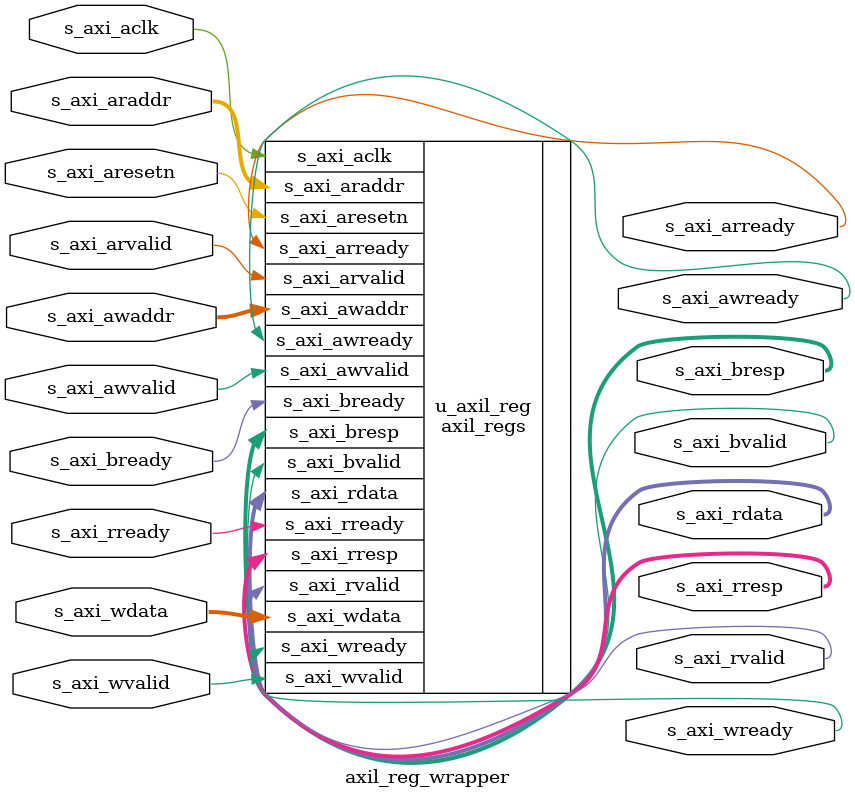
<source format=v>
module axil_reg_wrapper #(
    parameter C_DATA_W = 32,
    parameter C_ADDR_W = 32
) 
(
    input  s_axi_aclk,
    input  s_axi_aresetn,
    input  [C_ADDR_W-1:0] s_axi_awaddr,
    input  s_axi_awvalid,
    output s_axi_awready,
    input  [C_DATA_W-1:0] s_axi_wdata,
    input  s_axi_wvalid,
    output s_axi_wready,
    output [1:0] s_axi_bresp,
    output s_axi_bvalid,
    input  s_axi_bready,
    input  [C_ADDR_W-1:0] s_axi_araddr,
    input  s_axi_arvalid,
    output s_axi_arready,
    output [C_DATA_W-1:0] s_axi_rdata,
    output [1:0] s_axi_rresp,
    output s_axi_rvalid,
    input  s_axi_rready
);

    // Instantiate the axil_regs module
    axil_regs  
    #(
        C_DATA_W,
        C_ADDR_W
    )
    u_axil_reg
    (
        .s_axi_aclk(s_axi_aclk),
        .s_axi_aresetn(s_axi_aresetn),
        .s_axi_awaddr(s_axi_awaddr),
        .s_axi_awvalid(s_axi_awvalid),
        .s_axi_awready(s_axi_awready),
        .s_axi_wdata(s_axi_wdata),
        .s_axi_wvalid(s_axi_wvalid),
        .s_axi_wready(s_axi_wready),
        .s_axi_bresp(s_axi_bresp),
        .s_axi_bvalid(s_axi_bvalid),
        .s_axi_bready(s_axi_bready),
        .s_axi_araddr(s_axi_araddr),
        .s_axi_arvalid(s_axi_arvalid),
        .s_axi_arready(s_axi_arready),
        .s_axi_rdata(s_axi_rdata),
        .s_axi_rresp(s_axi_rresp),
        .s_axi_rvalid(s_axi_rvalid),
        .s_axi_rready(s_axi_rready)
    );


endmodule
</source>
